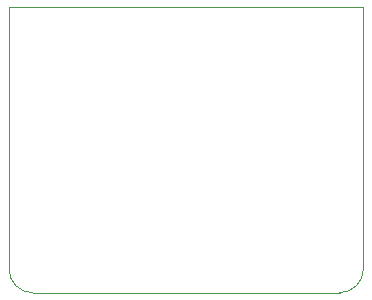
<source format=gbr>
%TF.GenerationSoftware,Altium Limited,Altium Designer,24.3.1 (35)*%
G04 Layer_Color=0*
%FSLAX45Y45*%
%MOMM*%
%TF.SameCoordinates,49A6F1C3-9DA9-4727-8ECF-3BB51FF8743F*%
%TF.FilePolarity,Positive*%
%TF.FileFunction,Profile,NP*%
%TF.Part,Single*%
G01*
G75*
%TA.AperFunction,Profile*%
%ADD126C,0.02540*%
D126*
X200000Y100000D02*
G02*
X0Y300000I-0J200000D01*
G01*
Y2520000D01*
X3000000D01*
Y650001D01*
X2999999Y300000D01*
D02*
G02*
X2800000Y100000I-200000J-1D01*
G01*
X200000D01*
%TF.MD5,f34f2ccfee154fd04d663d9ce2e1d58e*%
M02*

</source>
